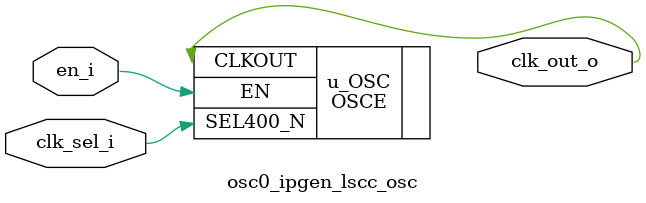
<source format=v>

/*******************************************************************************
    Verilog netlist generated by IPGEN Lattice Propel (64-bit)
    2024.1.2406150513_p
    Soft IP Version: 2.1.0
    2024 08 24 00:03:52
*******************************************************************************/
/*******************************************************************************
    Wrapper Module generated per user settings.
*******************************************************************************/
(* ORIG_MODULE_NAME="osc0", LATTICE_IP_GENERATED="1" *) module osc0 (en_i, 
        clk_sel_i, 
        clk_out_o) ;
    input en_i ; 
    input clk_sel_i ; 
    output clk_out_o ; 
    osc0_ipgen_lscc_osc #(.USER_CLK_DIVIDEND(400),
            .CLK_DIV_DEC(40),
            .CLK_DIV("40"),
            .FAMILY("LAV-AT"),
            .DEVICE("LAV-AT-E70ES1")) lscc_osc_inst (.en_i(en_i), 
                .clk_sel_i(clk_sel_i), 
                .clk_out_o(clk_out_o)) ; 
endmodule



// =============================================================================
// >>>>>>>>>>>>>>>>>>>>>>>>> COPYRIGHT NOTICE <<<<<<<<<<<<<<<<<<<<<<<<<<<<<<<<<<
// -----------------------------------------------------------------------------
//   Copyright (c) 2023 by Lattice Semiconductor Corporation
//   ALL RIGHTS RESERVED 
// -----------------------------------------------------------------------------
//
//   Permission:
//
//      Lattice SG Pte. Ltd. grants permission to use this code
//      pursuant to the terms of the Lattice Reference Design License Agreement. 
//
//
//   Disclaimer:
//
//      This VHDL or Verilog source code is intended as a design reference
//      which illustrates how these types of functions can be implemented.
//      It is the user's responsibility to verify their design for
//      consistency and functionality through the use of formal
//      verification methods.  Lattice provides no warranty
//      regarding the use or functionality of this code.
//
// -----------------------------------------------------------------------------
//
//                  Lattice SG Pte. Ltd.
//                  101 Thomson Road, United Square #07-02 
//                  Singapore 307591
//
//
//                  TEL: 1-800-Lattice (USA and Canada)
//                       +65-6631-2000 (Singapore)
//                       +1-503-268-8001 (other locations)
//
//                  web: http://www.latticesemi.com/
//                  email: techsupport@latticesemi.com
//
// -----------------------------------------------------------------------------
//
// =============================================================================
//                         FILE DETAILS         
// Project               : 
// File                  : lscc_osc.v
// Title                 : 
// Dependencies          : OSC module
// Description           : 
// =============================================================================
//                        REVISION HISTORY
// Version               : 1.0.0.
// Author(s)             : 
// Mod. Date             : 
// Changes Made          : Initial release.
// =============================================================================
module osc0_ipgen_lscc_osc #(parameter USER_CLK_DIVIDEND = 400, 
        parameter CLK_DIV_DEC = 1, 
        parameter CLK_DIV = "1", 
        parameter FAMILY = "LAV-AT", 
        parameter DEVICE = "LAV-AT-E70") (
    // -----------------------------------------------------------------------------
    // Module Parameters
    // -----------------------------------------------------------------------------
    // -----------------------------------------------------------------------------
    // Input/Output Ports
    // -----------------------------------------------------------------------------
    input en_i, 
    input clk_sel_i, 
    output clk_out_o) ;
    // ---------------------------------------
    // OSC Module Instantiation
    // ---------------------------------------
    OSCE #(.CLK_DIV(CLK_DIV)) u_OSC (//Inputs                
            .EN(en_i), 
                .SEL400_N(clk_sel_i),  //1'b0 - 400MHz; 1'b1 - 320MHz
            //Outputs              
            .CLKOUT(clk_out_o)) ; 
endmodule



</source>
